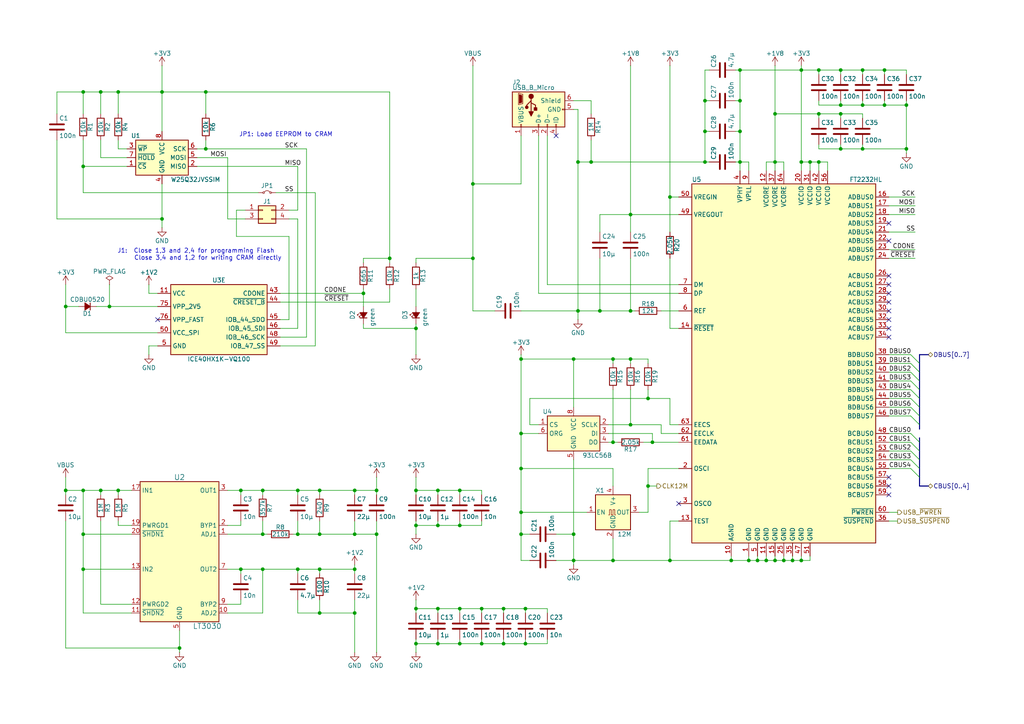
<source format=kicad_sch>
(kicad_sch (version 20231120) (generator "eeschema") (generator_version "8.0")
  (paper "A4")
  (title_block (title "XC17xxx PROM Programmer") (date "2024-11-02") (rev "0") (company "CC-BY-SA-4.0 Michael Singer") (comment 1 "https://github.com/msinger/xc17_prom_prog/") (comment 2 "http://iceboy.a-singer.de/"))
  (junction (at 229.87 162.56))
  (junction (at 127 186.69))
  (junction (at 69.85 142.24))
  (junction (at 222.25 162.56))
  (junction (at 187.96 140.97))
  (junction (at 137.16 74.93))
  (junction (at 152.4 186.69))
  (junction (at 102.87 165.1))
  (junction (at 151.13 154.94))
  (junction (at 234.95 46.99))
  (junction (at 24.13 48.26))
  (junction (at 76.2 165.1))
  (junction (at 182.88 104.14))
  (junction (at 151.13 104.14))
  (junction (at 194.31 57.15))
  (junction (at 237.49 33.02))
  (junction (at 151.13 135.89))
  (junction (at 105.41 85.09))
  (junction (at 120.65 186.69))
  (junction (at 212.09 162.56))
  (junction (at 29.21 142.24))
  (junction (at 46.99 26.67))
  (junction (at 133.35 142.24))
  (junction (at 256.54 20.32))
  (junction (at 34.29 26.67))
  (junction (at 92.71 142.24))
  (junction (at 189.23 128.27))
  (junction (at 109.22 154.94))
  (junction (at 219.71 162.56))
  (junction (at 133.35 152.4))
  (junction (at 69.85 165.1))
  (junction (at 146.05 186.69))
  (junction (at 214.63 20.32))
  (junction (at 167.64 46.99))
  (junction (at 34.29 142.24))
  (junction (at 214.63 38.1))
  (junction (at 19.05 142.24))
  (junction (at 113.03 74.93))
  (junction (at 59.69 26.67))
  (junction (at 250.19 30.48))
  (junction (at 171.45 46.99))
  (junction (at 243.84 30.48))
  (junction (at 24.13 26.67))
  (junction (at 137.16 53.34))
  (junction (at 232.41 162.56))
  (junction (at 224.79 33.02))
  (junction (at 24.13 142.24))
  (junction (at 182.88 123.19))
  (junction (at 204.47 46.99))
  (junction (at 31.75 88.9))
  (junction (at 204.47 29.21))
  (junction (at 133.35 186.69))
  (junction (at 177.8 104.14))
  (junction (at 120.65 142.24))
  (junction (at 204.47 38.1))
  (junction (at 139.7 176.53))
  (junction (at 167.64 90.17))
  (junction (at 166.37 104.14))
  (junction (at 232.41 46.99))
  (junction (at 182.88 90.17))
  (junction (at 133.35 176.53))
  (junction (at 120.65 152.4))
  (junction (at 102.87 154.94))
  (junction (at 177.8 128.27))
  (junction (at 46.99 63.5))
  (junction (at 120.65 176.53))
  (junction (at 217.17 162.56))
  (junction (at 86.36 154.94))
  (junction (at 24.13 165.1))
  (junction (at 262.89 30.48))
  (junction (at 139.7 186.69))
  (junction (at 127 176.53))
  (junction (at 237.49 46.99))
  (junction (at 109.22 142.24))
  (junction (at 194.31 162.56))
  (junction (at 76.2 142.24))
  (junction (at 92.71 165.1))
  (junction (at 224.79 162.56))
  (junction (at 214.63 46.99))
  (junction (at 182.88 62.23))
  (junction (at 243.84 33.02))
  (junction (at 250.19 43.18))
  (junction (at 151.13 148.59))
  (junction (at 102.87 177.8))
  (junction (at 24.13 154.94))
  (junction (at 262.89 43.18))
  (junction (at 151.13 125.73))
  (junction (at 102.87 142.24))
  (junction (at 250.19 20.32))
  (junction (at 127 152.4))
  (junction (at 146.05 176.53))
  (junction (at 92.71 154.94))
  (junction (at 177.8 162.56))
  (junction (at 243.84 20.32))
  (junction (at 127 142.24))
  (junction (at 256.54 30.48))
  (junction (at 173.99 90.17))
  (junction (at 86.36 165.1))
  (junction (at 166.37 154.94))
  (junction (at 19.05 88.9))
  (junction (at 120.65 95.25))
  (junction (at 76.2 154.94))
  (junction (at 152.4 176.53))
  (junction (at 29.21 26.67))
  (junction (at 86.36 142.24))
  (junction (at 227.33 162.56))
  (junction (at 232.41 20.32))
  (junction (at 59.69 43.18))
  (junction (at 224.79 46.99))
  (junction (at 187.96 115.57))
  (junction (at 243.84 43.18))
  (junction (at 52.07 187.96))
  (junction (at 237.49 20.32))
  (junction (at 214.63 29.21))
  (junction (at 166.37 162.56))
  (junction (at 92.71 177.8))
  (no_connect (at 257.81 92.71))
  (no_connect (at 257.81 95.25))
  (no_connect (at 161.29 39.37))
  (no_connect (at 257.81 143.51))
  (no_connect (at 45.72 92.71))
  (no_connect (at 257.81 138.43))
  (no_connect (at 257.81 140.97))
  (no_connect (at 257.81 90.17))
  (no_connect (at 257.81 87.63))
  (no_connect (at 257.81 82.55))
  (no_connect (at 257.81 64.77))
  (no_connect (at 196.85 146.05))
  (no_connect (at 257.81 69.85))
  (no_connect (at 257.81 97.79))
  (no_connect (at 257.81 85.09))
  (no_connect (at 257.81 80.01))
  (bus_entry (at 264.16 125.73) (size 2.54 2.54))
  (bus_entry (at 264.16 133.35) (size 2.54 2.54))
  (bus_entry (at 264.16 135.89) (size 2.54 2.54))
  (bus_entry (at 264.16 107.95) (size 2.54 2.54))
  (bus_entry (at 264.16 118.11) (size 2.54 2.54))
  (bus_entry (at 264.16 105.41) (size 2.54 2.54))
  (bus_entry (at 264.16 113.03) (size 2.54 2.54))
  (bus_entry (at 264.16 128.27) (size 2.54 2.54))
  (bus_entry (at 264.16 130.81) (size 2.54 2.54))
  (bus_entry (at 264.16 110.49) (size 2.54 2.54))
  (bus_entry (at 264.16 120.65) (size 2.54 2.54))
  (bus_entry (at 264.16 115.57) (size 2.54 2.54))
  (bus_entry (at 264.16 102.87) (size 2.54 2.54))
  (wire (pts (xy 232.41 46.99) (xy 234.95 46.99)))
  (wire (pts (xy 137.16 19.05) (xy 137.16 53.34)))
  (wire (pts (xy 46.99 63.5) (xy 46.99 66.04)))
  (wire (pts (xy 227.33 161.29) (xy 227.33 162.56)))
  (wire (pts (xy 214.63 29.21) (xy 214.63 20.32)))
  (wire (pts (xy 69.85 151.13) (xy 69.85 152.4)))
  (bus (pts (xy 266.7 130.81) (xy 266.7 133.35)))
  (wire (pts (xy 262.89 30.48) (xy 262.89 29.21)))
  (bus (pts (xy 266.7 107.95) (xy 266.7 110.49)))
  (wire (pts (xy 191.77 125.73) (xy 191.77 123.19)))
  (wire (pts (xy 38.1 165.1) (xy 24.13 165.1)))
  (wire (pts (xy 16.51 40.64) (xy 16.51 63.5)))
  (wire (pts (xy 69.85 175.26) (xy 66.04 175.26)))
  (wire (pts (xy 237.49 43.18) (xy 243.84 43.18)))
  (wire (pts (xy 120.65 186.69) (xy 120.65 185.42)))
  (wire (pts (xy 204.47 29.21) (xy 205.74 29.21)))
  (wire (pts (xy 120.65 95.25) (xy 120.65 102.87)))
  (wire (pts (xy 59.69 40.64) (xy 59.69 43.18)))
  (wire (pts (xy 219.71 162.56) (xy 217.17 162.56)))
  (wire (pts (xy 74.93 55.88) (xy 24.13 55.88)))
  (wire (pts (xy 76.2 154.94) (xy 77.47 154.94)))
  (wire (pts (xy 152.4 186.69) (xy 146.05 186.69)))
  (wire (pts (xy 29.21 142.24) (xy 29.21 143.51)))
  (wire (pts (xy 133.35 176.53) (xy 139.7 176.53)))
  (wire (pts (xy 86.36 60.96) (xy 86.36 48.26)))
  (wire (pts (xy 46.99 19.05) (xy 46.99 26.67)))
  (wire (pts (xy 152.4 176.53) (xy 158.75 176.53)))
  (wire (pts (xy 133.35 142.24) (xy 133.35 143.51)))
  (bus (pts (xy 266.7 110.49) (xy 266.7 113.03)))
  (wire (pts (xy 151.13 125.73) (xy 151.13 135.89)))
  (wire (pts (xy 133.35 185.42) (xy 133.35 186.69)))
  (wire (pts (xy 243.84 33.02) (xy 243.84 34.29)))
  (wire (pts (xy 153.67 123.19) (xy 156.21 123.19)))
  (wire (pts (xy 173.99 67.31) (xy 173.99 62.23)))
  (wire (pts (xy 182.88 19.05) (xy 182.88 62.23)))
  (wire (pts (xy 139.7 176.53) (xy 146.05 176.53)))
  (wire (pts (xy 177.8 162.56) (xy 194.31 162.56)))
  (wire (pts (xy 243.84 20.32) (xy 237.49 20.32)))
  (wire (pts (xy 234.95 161.29) (xy 234.95 162.56)))
  (wire (pts (xy 92.71 173.99) (xy 92.71 177.8)))
  (wire (pts (xy 120.65 151.13) (xy 120.65 152.4)))
  (wire (pts (xy 29.21 45.72) (xy 29.21 40.64)))
  (wire (pts (xy 146.05 176.53) (xy 146.05 177.8)))
  (wire (pts (xy 214.63 46.99) (xy 214.63 38.1)))
  (bus (pts (xy 266.7 127) (xy 266.7 128.27)))
  (wire (pts (xy 137.16 74.93) (xy 137.16 53.34)))
  (wire (pts (xy 86.36 166.37) (xy 86.36 165.1)))
  (wire (pts (xy 27.94 88.9) (xy 31.75 88.9)))
  (wire (pts (xy 167.64 90.17) (xy 173.99 90.17)))
  (wire (pts (xy 83.82 63.5) (xy 86.36 63.5)))
  (wire (pts (xy 234.95 46.99) (xy 234.95 49.53)))
  (wire (pts (xy 256.54 29.21) (xy 256.54 30.48)))
  (wire (pts (xy 167.64 90.17) (xy 167.64 92.71)))
  (wire (pts (xy 214.63 49.53) (xy 214.63 46.99)))
  (wire (pts (xy 184.15 90.17) (xy 182.88 90.17)))
  (wire (pts (xy 217.17 46.99) (xy 214.63 46.99)))
  (wire (pts (xy 102.87 166.37) (xy 102.87 165.1)))
  (wire (pts (xy 182.88 104.14) (xy 177.8 104.14)))
  (wire (pts (xy 92.71 177.8) (xy 102.87 177.8)))
  (wire (pts (xy 237.49 20.32) (xy 232.41 20.32)))
  (wire (pts (xy 182.88 74.93) (xy 182.88 90.17)))
  (wire (pts (xy 213.36 29.21) (xy 214.63 29.21)))
  (wire (pts (xy 204.47 38.1) (xy 204.47 46.99)))
  (wire (pts (xy 257.81 125.73) (xy 264.16 125.73)))
  (wire (pts (xy 194.31 95.25) (xy 196.85 95.25)))
  (wire (pts (xy 133.35 151.13) (xy 133.35 152.4)))
  (wire (pts (xy 173.99 74.93) (xy 173.99 90.17)))
  (wire (pts (xy 34.29 26.67) (xy 46.99 26.67)))
  (wire (pts (xy 182.88 123.19) (xy 191.77 123.19)))
  (wire (pts (xy 194.31 162.56) (xy 212.09 162.56)))
  (wire (pts (xy 224.79 33.02) (xy 224.79 46.99)))
  (wire (pts (xy 151.13 135.89) (xy 151.13 148.59)))
  (wire (pts (xy 102.87 177.8) (xy 102.87 189.23)))
  (wire (pts (xy 219.71 161.29) (xy 219.71 162.56)))
  (wire (pts (xy 224.79 46.99) (xy 224.79 49.53)))
  (wire (pts (xy 139.7 186.69) (xy 133.35 186.69)))
  (wire (pts (xy 102.87 142.24) (xy 92.71 142.24)))
  (wire (pts (xy 194.31 19.05) (xy 194.31 57.15)))
  (wire (pts (xy 69.85 165.1) (xy 69.85 166.37)))
  (wire (pts (xy 151.13 104.14) (xy 151.13 125.73)))
  (wire (pts (xy 120.65 173.99) (xy 120.65 176.53)))
  (wire (pts (xy 214.63 38.1) (xy 214.63 29.21)))
  (wire (pts (xy 120.65 152.4) (xy 120.65 154.94)))
  (wire (pts (xy 43.18 100.33) (xy 45.72 100.33)))
  (wire (pts (xy 120.65 186.69) (xy 120.65 189.23)))
  (wire (pts (xy 257.81 74.93) (xy 265.43 74.93)))
  (wire (pts (xy 109.22 138.43) (xy 109.22 142.24)))
  (wire (pts (xy 189.23 128.27) (xy 196.85 128.27)))
  (wire (pts (xy 257.81 130.81) (xy 264.16 130.81)))
  (wire (pts (xy 152.4 185.42) (xy 152.4 186.69)))
  (wire (pts (xy 24.13 142.24) (xy 29.21 142.24)))
  (wire (pts (xy 88.9 97.79) (xy 88.9 43.18)))
  (wire (pts (xy 222.25 49.53) (xy 222.25 46.99)))
  (wire (pts (xy 137.16 90.17) (xy 137.16 74.93)))
  (wire (pts (xy 257.81 110.49) (xy 264.16 110.49)))
  (wire (pts (xy 81.28 92.71) (xy 83.82 92.71)))
  (wire (pts (xy 262.89 20.32) (xy 256.54 20.32)))
  (wire (pts (xy 152.4 176.53) (xy 152.4 177.8)))
  (wire (pts (xy 177.8 140.97) (xy 177.8 135.89)))
  (wire (pts (xy 24.13 177.8) (xy 24.13 165.1)))
  (wire (pts (xy 158.75 176.53) (xy 158.75 177.8)))
  (wire (pts (xy 156.21 85.09) (xy 196.85 85.09)))
  (wire (pts (xy 243.84 29.21) (xy 243.84 30.48)))
  (wire (pts (xy 59.69 26.67) (xy 46.99 26.67)))
  (wire (pts (xy 257.81 133.35) (xy 264.16 133.35)))
  (wire (pts (xy 237.49 33.02) (xy 224.79 33.02)))
  (wire (pts (xy 31.75 88.9) (xy 45.72 88.9)))
  (wire (pts (xy 92.71 142.24) (xy 86.36 142.24)))
  (wire (pts (xy 227.33 46.99) (xy 227.33 49.53)))
  (wire (pts (xy 187.96 140.97) (xy 187.96 135.89)))
  (wire (pts (xy 102.87 173.99) (xy 102.87 177.8)))
  (wire (pts (xy 120.65 142.24) (xy 120.65 143.51)))
  (wire (pts (xy 151.13 162.56) (xy 153.67 162.56)))
  (wire (pts (xy 257.81 148.59) (xy 260.35 148.59)))
  (wire (pts (xy 158.75 82.55) (xy 196.85 82.55)))
  (wire (pts (xy 186.69 128.27) (xy 189.23 128.27)))
  (wire (pts (xy 105.41 74.93) (xy 105.41 76.2)))
  (wire (pts (xy 120.65 93.98) (xy 120.65 95.25)))
  (wire (pts (xy 127 186.69) (xy 120.65 186.69)))
  (wire (pts (xy 68.58 68.58) (xy 68.58 60.96)))
  (wire (pts (xy 139.7 152.4) (xy 139.7 151.13)))
  (wire (pts (xy 214.63 20.32) (xy 213.36 20.32)))
  (wire (pts (xy 146.05 186.69) (xy 139.7 186.69)))
  (wire (pts (xy 109.22 142.24) (xy 102.87 142.24)))
  (wire (pts (xy 66.04 165.1) (xy 69.85 165.1)))
  (wire (pts (xy 177.8 104.14) (xy 166.37 104.14)))
  (wire (pts (xy 69.85 173.99) (xy 69.85 175.26)))
  (wire (pts (xy 69.85 142.24) (xy 69.85 143.51)))
  (wire (pts (xy 24.13 33.02) (xy 24.13 26.67)))
  (wire (pts (xy 191.77 90.17) (xy 196.85 90.17)))
  (wire (pts (xy 109.22 154.94) (xy 102.87 154.94)))
  (wire (pts (xy 38.1 177.8) (xy 24.13 177.8)))
  (wire (pts (xy 158.75 82.55) (xy 158.75 39.37)))
  (wire (pts (xy 19.05 88.9) (xy 19.05 96.52)))
  (wire (pts (xy 86.36 177.8) (xy 92.71 177.8)))
  (wire (pts (xy 196.85 151.13) (xy 194.31 151.13)))
  (wire (pts (xy 151.13 154.94) (xy 151.13 162.56)))
  (wire (pts (xy 213.36 46.99) (xy 214.63 46.99)))
  (wire (pts (xy 167.64 46.99) (xy 167.64 90.17)))
  (wire (pts (xy 177.8 156.21) (xy 177.8 162.56)))
  (wire (pts (xy 151.13 148.59) (xy 170.18 148.59)))
  (wire (pts (xy 19.05 82.55) (xy 19.05 88.9)))
  (wire (pts (xy 120.65 138.43) (xy 120.65 142.24)))
  (wire (pts (xy 43.18 102.87) (xy 43.18 100.33)))
  (wire (pts (xy 166.37 154.94) (xy 166.37 162.56)))
  (wire (pts (xy 38.1 152.4) (xy 34.29 152.4)))
  (wire (pts (xy 243.84 20.32) (xy 243.84 21.59)))
  (wire (pts (xy 92.71 143.51) (xy 92.71 142.24)))
  (wire (pts (xy 66.04 154.94) (xy 76.2 154.94)))
  (wire (pts (xy 24.13 154.94) (xy 24.13 142.24)))
  (wire (pts (xy 182.88 105.41) (xy 182.88 104.14)))
  (wire (pts (xy 257.81 102.87) (xy 264.16 102.87)))
  (wire (pts (xy 31.75 82.55) (xy 31.75 88.9)))
  (wire (pts (xy 224.79 161.29) (xy 224.79 162.56)))
  (wire (pts (xy 177.8 162.56) (xy 166.37 162.56)))
  (wire (pts (xy 133.35 152.4) (xy 139.7 152.4)))
  (wire (pts (xy 109.22 151.13) (xy 109.22 154.94)))
  (wire (pts (xy 167.64 31.75) (xy 167.64 46.99)))
  (wire (pts (xy 127 185.42) (xy 127 186.69)))
  (wire (pts (xy 257.81 113.03) (xy 264.16 113.03)))
  (wire (pts (xy 92.71 151.13) (xy 92.71 154.94)))
  (wire (pts (xy 133.35 176.53) (xy 133.35 177.8)))
  (wire (pts (xy 237.49 46.99) (xy 240.03 46.99)))
  (wire (pts (xy 182.88 62.23) (xy 182.88 67.31)))
  (wire (pts (xy 196.85 125.73) (xy 191.77 125.73)))
  (wire (pts (xy 68.58 60.96) (xy 71.12 60.96)))
  (wire (pts (xy 139.7 185.42) (xy 139.7 186.69)))
  (wire (pts (xy 176.53 125.73) (xy 189.23 125.73)))
  (wire (pts (xy 250.19 43.18) (xy 262.89 43.18)))
  (wire (pts (xy 243.84 41.91) (xy 243.84 43.18)))
  (wire (pts (xy 232.41 161.29) (xy 232.41 162.56)))
  (wire (pts (xy 151.13 148.59) (xy 151.13 154.94)))
  (wire (pts (xy 194.31 57.15) (xy 194.31 67.31)))
  (bus (pts (xy 266.7 138.43) (xy 266.7 140.97)))
  (wire (pts (xy 262.89 21.59) (xy 262.89 20.32)))
  (wire (pts (xy 250.19 33.02) (xy 243.84 33.02)))
  (wire (pts (xy 217.17 162.56) (xy 212.09 162.56)))
  (wire (pts (xy 83.82 60.96) (xy 86.36 60.96)))
  (wire (pts (xy 19.05 143.51) (xy 19.05 142.24)))
  (wire (pts (xy 19.05 142.24) (xy 24.13 142.24)))
  (wire (pts (xy 256.54 20.32) (xy 250.19 20.32)))
  (bus (pts (xy 266.7 140.97) (xy 269.24 140.97)))
  (wire (pts (xy 127 151.13) (xy 127 152.4)))
  (wire (pts (xy 113.03 87.63) (xy 113.03 83.82)))
  (wire (pts (xy 113.03 74.93) (xy 105.41 74.93)))
  (wire (pts (xy 133.35 186.69) (xy 127 186.69)))
  (wire (pts (xy 257.81 59.69) (xy 265.43 59.69)))
  (wire (pts (xy 243.84 30.48) (xy 250.19 30.48)))
  (wire (pts (xy 16.51 33.02) (xy 16.51 26.67)))
  (wire (pts (xy 81.28 95.25) (xy 86.36 95.25)))
  (wire (pts (xy 85.09 154.94) (xy 86.36 154.94)))
  (bus (pts (xy 266.7 120.65) (xy 266.7 123.19)))
  (wire (pts (xy 171.45 46.99) (xy 204.47 46.99)))
  (wire (pts (xy 120.65 176.53) (xy 127 176.53)))
  (wire (pts (xy 24.13 165.1) (xy 24.13 154.94)))
  (wire (pts (xy 250.19 20.32) (xy 243.84 20.32)))
  (wire (pts (xy 76.2 151.13) (xy 76.2 154.94)))
  (wire (pts (xy 262.89 43.18) (xy 262.89 44.45)))
  (wire (pts (xy 250.19 20.32) (xy 250.19 21.59)))
  (wire (pts (xy 80.01 55.88) (xy 91.44 55.88)))
  (wire (pts (xy 113.03 26.67) (xy 59.69 26.67)))
  (wire (pts (xy 234.95 162.56) (xy 232.41 162.56)))
  (wire (pts (xy 105.41 83.82) (xy 105.41 85.09)))
  (wire (pts (xy 81.28 87.63) (xy 113.03 87.63)))
  (wire (pts (xy 36.83 45.72) (xy 29.21 45.72)))
  (wire (pts (xy 57.15 43.18) (xy 59.69 43.18)))
  (wire (pts (xy 16.51 26.67) (xy 24.13 26.67)))
  (wire (pts (xy 243.84 43.18) (xy 250.19 43.18)))
  (wire (pts (xy 187.96 104.14) (xy 182.88 104.14)))
  (wire (pts (xy 139.7 142.24) (xy 133.35 142.24)))
  (wire (pts (xy 109.22 154.94) (xy 109.22 189.23)))
  (wire (pts (xy 102.87 165.1) (xy 92.71 165.1)))
  (wire (pts (xy 177.8 128.27) (xy 179.07 128.27)))
  (wire (pts (xy 91.44 100.33) (xy 91.44 55.88)))
  (wire (pts (xy 237.49 41.91) (xy 237.49 43.18)))
  (wire (pts (xy 173.99 62.23) (xy 182.88 62.23)))
  (wire (pts (xy 161.29 154.94) (xy 166.37 154.94)))
  (wire (pts (xy 204.47 29.21) (xy 204.47 38.1)))
  (wire (pts (xy 86.36 95.25) (xy 86.36 63.5)))
  (wire (pts (xy 166.37 104.14) (xy 151.13 104.14)))
  (wire (pts (xy 237.49 29.21) (xy 237.49 30.48)))
  (wire (pts (xy 196.85 57.15) (xy 194.31 57.15)))
  (wire (pts (xy 92.71 166.37) (xy 92.71 165.1)))
  (wire (pts (xy 224.79 162.56) (xy 222.25 162.56)))
  (wire (pts (xy 38.1 175.26) (xy 29.21 175.26)))
  (wire (pts (xy 224.79 46.99) (xy 227.33 46.99)))
  (wire (pts (xy 167.64 46.99) (xy 171.45 46.99)))
  (wire (pts (xy 113.03 74.93) (xy 113.03 26.67)))
  (wire (pts (xy 29.21 175.26) (xy 29.21 151.13)))
  (wire (pts (xy 204.47 20.32) (xy 204.47 29.21)))
  (wire (pts (xy 250.19 43.18) (xy 250.19 41.91)))
  (wire (pts (xy 257.81 105.41) (xy 264.16 105.41)))
  (wire (pts (xy 257.81 57.15) (xy 265.43 57.15)))
  (wire (pts (xy 52.07 182.88) (xy 52.07 187.96)))
  (wire (pts (xy 213.36 38.1) (xy 214.63 38.1)))
  (wire (pts (xy 176.53 123.19) (xy 182.88 123.19)))
  (wire (pts (xy 212.09 162.56) (xy 212.09 161.29)))
  (wire (pts (xy 151.13 125.73) (xy 156.21 125.73)))
  (bus (pts (xy 266.7 115.57) (xy 266.7 118.11)))
  (wire (pts (xy 187.96 135.89) (xy 196.85 135.89)))
  (bus (pts (xy 269.24 102.87) (xy 266.7 102.87)))
  (bus (pts (xy 266.7 118.11) (xy 266.7 120.65)))
  (wire (pts (xy 250.19 30.48) (xy 256.54 30.48)))
  (wire (pts (xy 182.88 113.03) (xy 182.88 123.19)))
  (wire (pts (xy 34.29 33.02) (xy 34.29 26.67)))
  (wire (pts (xy 237.49 20.32) (xy 237.49 21.59)))
  (wire (pts (xy 240.03 46.99) (xy 240.03 49.53)))
  (wire (pts (xy 194.31 151.13) (xy 194.31 162.56)))
  (wire (pts (xy 69.85 152.4) (xy 66.04 152.4)))
  (wire (pts (xy 151.13 39.37) (xy 151.13 53.34)))
  (wire (pts (xy 92.71 154.94) (xy 86.36 154.94)))
  (wire (pts (xy 171.45 46.99) (xy 171.45 40.64)))
  (wire (pts (xy 187.96 148.59) (xy 187.96 140.97)))
  (wire (pts (xy 171.45 29.21) (xy 166.37 29.21)))
  (wire (pts (xy 71.12 63.5) (xy 66.04 63.5)))
  (wire (pts (xy 102.87 151.13) (xy 102.87 154.94)))
  (wire (pts (xy 43.18 82.55) (xy 43.18 85.09)))
  (wire (pts (xy 76.2 165.1) (xy 69.85 165.1)))
  (wire (pts (xy 76.2 165.1) (xy 76.2 177.8)))
  (wire (pts (xy 222.25 46.99) (xy 224.79 46.99)))
  (wire (pts (xy 120.65 177.8) (xy 120.65 176.53)))
  (wire (pts (xy 105.41 85.09) (xy 105.41 88.9)))
  (wire (pts (xy 177.8 104.14) (xy 177.8 105.41)))
  (wire (pts (xy 137.16 53.34) (xy 151.13 53.34)))
  (bus (pts (xy 266.7 102.87) (xy 266.7 105.41)))
  (wire (pts (xy 127 176.53) (xy 133.35 176.53)))
  (wire (pts (xy 113.03 76.2) (xy 113.03 74.93)))
  (wire (pts (xy 139.7 176.53) (xy 139.7 177.8)))
  (wire (pts (xy 19.05 138.43) (xy 19.05 142.24)))
  (wire (pts (xy 205.74 20.32) (xy 204.47 20.32)))
  (wire (pts (xy 146.05 176.53) (xy 152.4 176.53)))
  (wire (pts (xy 86.36 143.51) (xy 86.36 142.24)))
  (wire (pts (xy 127 142.24) (xy 120.65 142.24)))
  (wire (pts (xy 214.63 20.32) (xy 232.41 20.32)))
  (wire (pts (xy 120.65 74.93) (xy 137.16 74.93)))
  (wire (pts (xy 185.42 148.59) (xy 187.96 148.59)))
  (bus (pts (xy 266.7 128.27) (xy 266.7 130.81)))
  (wire (pts (xy 187.96 115.57) (xy 153.67 115.57)))
  (wire (pts (xy 29.21 26.67) (xy 34.29 26.67)))
  (wire (pts (xy 133.35 142.24) (xy 127 142.24)))
  (wire (pts (xy 76.2 143.51) (xy 76.2 142.24)))
  (wire (pts (xy 52.07 187.96) (xy 52.07 189.23)))
  (wire (pts (xy 256.54 20.32) (xy 256.54 21.59)))
  (wire (pts (xy 187.96 105.41) (xy 187.96 104.14)))
  (wire (pts (xy 257.81 115.57) (xy 264.16 115.57)))
  (wire (pts (xy 222.25 162.56) (xy 219.71 162.56)))
  (wire (pts (xy 257.81 67.31) (xy 265.43 67.31)))
  (wire (pts (xy 262.89 30.48) (xy 262.89 43.18)))
  (wire (pts (xy 19.05 96.52) (xy 45.72 96.52)))
  (wire (pts (xy 166.37 104.14) (xy 166.37 118.11)))
  (wire (pts (xy 143.51 90.17) (xy 137.16 90.17)))
  (wire (pts (xy 166.37 162.56) (xy 166.37 163.83)))
  (wire (pts (xy 194.31 74.93) (xy 194.31 95.25)))
  (wire (pts (xy 257.81 72.39) (xy 265.43 72.39)))
  (wire (pts (xy 189.23 125.73) (xy 189.23 128.27)))
  (wire (pts (xy 187.96 113.03) (xy 187.96 115.57)))
  (bus (pts (xy 266.7 113.03) (xy 266.7 115.57)))
  (wire (pts (xy 105.41 93.98) (xy 105.41 95.25)))
  (wire (pts (xy 257.81 107.95) (xy 264.16 107.95)))
  (wire (pts (xy 102.87 163.83) (xy 102.87 165.1)))
  (wire (pts (xy 24.13 48.26) (xy 24.13 40.64)))
  (wire (pts (xy 243.84 33.02) (xy 237.49 33.02)))
  (wire (pts (xy 139.7 143.51) (xy 139.7 142.24)))
  (wire (pts (xy 194.31 123.19) (xy 194.31 115.57)))
  (wire (pts (xy 36.83 43.18) (xy 34.29 43.18)))
  (wire (pts (xy 204.47 46.99) (xy 205.74 46.99)))
  (wire (pts (xy 34.29 142.24) (xy 38.1 142.24)))
  (wire (pts (xy 120.65 76.2) (xy 120.65 74.93)))
  (wire (pts (xy 229.87 162.56) (xy 227.33 162.56)))
  (wire (pts (xy 232.41 19.05) (xy 232.41 20.32)))
  (wire (pts (xy 92.71 165.1) (xy 86.36 165.1)))
  (wire (pts (xy 257.81 128.27) (xy 264.16 128.27)))
  (wire (pts (xy 34.29 143.51) (xy 34.29 142.24)))
  (wire (pts (xy 109.22 143.51) (xy 109.22 142.24)))
  (wire (pts (xy 227.33 162.56) (xy 224.79 162.56)))
  (wire (pts (xy 151.13 102.87) (xy 151.13 104.14)))
  (wire (pts (xy 59.69 33.02) (xy 59.69 26.67)))
  (wire (pts (xy 182.88 62.23) (xy 196.85 62.23)))
  (wire (pts (xy 232.41 162.56) (xy 229.87 162.56)))
  (wire (pts (xy 257.81 62.23) (xy 265.43 62.23)))
  (wire (pts (xy 29.21 142.24) (xy 34.29 142.24)))
  (wire (pts (xy 34.29 43.18) (xy 34.29 40.64)))
  (wire (pts (xy 229.87 161.29) (xy 229.87 162.56)))
  (wire (pts (xy 234.95 46.99) (xy 237.49 46.99)))
  (wire (pts (xy 46.99 26.67) (xy 46.99 38.1)))
  (wire (pts (xy 81.28 97.79) (xy 88.9 97.79)))
  (wire (pts (xy 153.67 115.57) (xy 153.67 123.19)))
  (wire (pts (xy 176.53 128.27) (xy 177.8 128.27)))
  (wire (pts (xy 217.17 161.29) (xy 217.17 162.56)))
  (wire (pts (xy 171.45 33.02) (xy 171.45 29.21)))
  (wire (pts (xy 46.99 53.34) (xy 46.99 63.5)))
  (wire (pts (xy 24.13 26.67) (xy 29.21 26.67)))
  (wire (pts (xy 16.51 63.5) (xy 46.99 63.5)))
  (wire (pts (xy 19.05 187.96) (xy 52.07 187.96)))
  (wire (pts (xy 173.99 90.17) (xy 182.88 90.17)))
  (wire (pts (xy 127 176.53) (xy 127 177.8)))
  (wire (pts (xy 166.37 31.75) (xy 167.64 31.75)))
  (wire (pts (xy 222.25 161.29) (xy 222.25 162.56)))
  (bus (pts (xy 266.7 135.89) (xy 266.7 138.43)))
  (wire (pts (xy 24.13 55.88) (xy 24.13 48.26)))
  (wire (pts (xy 194.31 115.57) (xy 187.96 115.57)))
  (wire (pts (xy 83.82 68.58) (xy 68.58 68.58)))
  (wire (pts (xy 187.96 140.97) (xy 190.5 140.97)))
  (wire (pts (xy 257.81 118.11) (xy 264.16 118.11)))
  (wire (pts (xy 196.85 123.19) (xy 194.31 123.19)))
  (wire (pts (xy 29.21 33.02) (xy 29.21 26.67)))
  (wire (pts (xy 158.75 185.42) (xy 158.75 186.69)))
  (wire (pts (xy 257.81 120.65) (xy 264.16 120.65)))
  (wire (pts (xy 66.04 63.5) (xy 66.04 45.72)))
  (wire (pts (xy 43.18 85.09) (xy 45.72 85.09)))
  (wire (pts (xy 177.8 113.03) (xy 177.8 128.27)))
  (bus (pts (xy 266.7 133.35) (xy 266.7 135.89)))
  (wire (pts (xy 257.81 135.89) (xy 264.16 135.89)))
  (wire (pts (xy 88.9 43.18) (xy 59.69 43.18)))
  (wire (pts (xy 19.05 151.13) (xy 19.05 187.96)))
  (wire (pts (xy 102.87 154.94) (xy 92.71 154.94)))
  (wire (pts (xy 151.13 154.94) (xy 153.67 154.94)))
  (bus (pts (xy 266.7 123.19) (xy 266.7 124.46)))
  (wire (pts (xy 156.21 85.09) (xy 156.21 39.37)))
  (wire (pts (xy 166.37 133.35) (xy 166.37 154.94)))
  (wire (pts (xy 86.36 151.13) (xy 86.36 154.94)))
  (wire (pts (xy 36.83 48.26) (xy 24.13 48.26)))
  (wire (pts (xy 66.04 142.24) (xy 69.85 142.24)))
  (wire (pts (xy 237.49 33.02) (xy 237.49 34.29)))
  (wire (pts (xy 127 142.24) (xy 127 143.51)))
  (wire (pts (xy 83.82 92.71) (xy 83.82 68.58)))
  (wire (pts (xy 250.19 29.21) (xy 250.19 30.48)))
  (wire (pts (xy 151.13 90.17) (xy 167.64 90.17)))
  (wire (pts (xy 250.19 34.29) (xy 250.19 33.02)))
  (wire (pts (xy 256.54 30.48) (xy 262.89 30.48)))
  (wire (pts (xy 120.65 152.4) (xy 127 152.4)))
  (wire (pts (xy 86.36 173.99) (xy 86.36 177.8)))
  (wire (pts (xy 217.17 49.53) (xy 217.17 46.99)))
  (wire (pts (xy 232.41 49.53) (xy 232.41 46.99)))
  (wire (pts (xy 105.41 95.25) (xy 120.65 95.25)))
  (wire (pts (xy 204.47 38.1) (xy 205.74 38.1)))
  (wire (pts (xy 158.75 186.69) (xy 152.4 186.69)))
  (wire (pts (xy 224.79 19.05) (xy 224.79 33.02)))
  (wire (pts (xy 34.29 152.4) (xy 34.29 151.13)))
  (wire (pts (xy 66.04 45.72) (xy 57.15 45.72)))
  (wire (pts (xy 81.28 100.33) (xy 91.44 100.33)))
  (bus (pts (xy 266.7 105.41) (xy 266.7 107.95)))
  (wire (pts (xy 237.49 30.48) (xy 243.84 30.48)))
  (wire (pts (xy 81.28 85.09) (xy 105.41 85.09)))
  (wire (pts (xy 69.85 142.24) (xy 76.2 142.24)))
  (wire (pts (xy 102.87 143.51) (xy 102.87 142.24)))
  (wire (pts (xy 38.1 154.94) (xy 24.13 154.94)))
  (wire (pts (xy 66.04 177.8) (xy 76.2 177.8)))
  (wire (pts (xy 86.36 165.1) (xy 76.2 165.1)))
  (wire (pts (xy 76.2 142.24) (xy 86.36 142.24)))
  (wire (pts (xy 232.41 20.32) (xy 232.41 46.99)))
  (wire (pts (xy 161.29 162.56) (xy 166.37 162.56)))
  (wire (pts (xy 177.8 135.89) (xy 151.13 135.89)))
  (wire (pts (xy 237.49 46.99) (xy 237.49 49.53)))
  (wire (pts (xy 257.81 151.13) (xy 260.35 151.13)))
  (wire (pts (xy 146.05 185.42) (xy 146.05 186.69)))
  (wire (pts (xy 127 152.4) (xy 133.35 152.4)))
  (wire (pts (xy 57.15 48.26) (xy 86.36 48.26)))
  (wire (pts (xy 19.05 88.9) (xy 22.86 88.9)))
  (wire (pts (xy 120.65 83.82) (xy 120.65 88.9)))
  (text "JP1: Load EEPROM to CRAM" (at 69.342 38.354 0) (effects (font (size 1.27 1.27)) (justify left top)))
  (text "J1:  Close 1,3 and 2,4 for programming Flash\n     Close 3,4 and 1,2 for writing CRAM directly" (at 34.036 72.136 0) (effects (font (size 1.27 1.27)) (justify left top)))
  (label "DBUS2" (at 257.81 107.95 0))
  (label "CDONE" (at 93.98 85.09 0))
  (label "DBUS0" (at 257.81 102.87 0))
  (label "CBUS4" (at 257.81 135.89 0))
  (label "CBUS2" (at 257.81 130.81 0))
  (label "DBUS1" (at 257.81 105.41 0))
  (label "CBUS1" (at 257.81 128.27 0))
  (label "CBUS3" (at 257.81 133.35 0))
  (label "~{CRESET}" (at 265.43 74.93 180))
  (label "MISO" (at 82.55 48.26 0))
  (label "DBUS5" (at 257.81 115.57 0))
  (label "DBUS3" (at 257.81 110.49 0))
  (label "MOSI" (at 60.96 45.72 0))
  (label "DBUS4" (at 257.81 113.03 0))
  (label "SCK" (at 265.43 57.15 180))
  (label "SS" (at 82.55 55.88 0))
  (label "~{CRESET}" (at 93.98 87.63 0))
  (label "DBUS6" (at 257.81 118.11 0))
  (label "MOSI" (at 265.43 59.69 180))
  (label "CBUS0" (at 257.81 125.73 0))
  (label "SS" (at 265.43 67.31 180))
  (label "MISO" (at 265.43 62.23 180))
  (label "CDONE" (at 265.43 72.39 180))
  (label "SCK" (at 82.55 43.18 0))
  (label "DBUS7" (at 257.81 120.65 0))
  (hierarchical_label "USB_~{SUSPEND}" (shape output) (at 260.35 151.13 0))
  (hierarchical_label "CLK12M" (shape output) (at 190.5 140.97 0))
  (hierarchical_label "USB_~{PWREN}" (shape output) (at 260.35 148.59 0))
  (hierarchical_label "CBUS[0..4]" (shape bidirectional) (at 269.24 140.97 0))
  (hierarchical_label "DBUS[0..7]" (shape bidirectional) (at 269.24 102.87 0))
  (symbol (lib_id "Device:R") (at 92.71 147.32 0) (unit 1)
    (property "Reference" "R9" (at 94.742 147.32 90))
    (property "Value" "240" (at 92.71 147.32 90))
    (property "Footprint" "Resistor_SMD:R_0603_1608Metric" (effects (hide yes)))
    (property "Description" "Resistor" (effects (hide yes)))
  )
  (symbol (lib_id "Device:C") (at 209.55 29.21 90) (unit 1)
    (property "Reference" "C27" (at 207.01 28.575 0) (effects (justify left)))
    (property "Value" "100n" (at 212.09 28.575 0) (effects (justify left)))
    (property "Footprint" "Capacitor_SMD:C_0603_1608Metric" (effects (hide yes)))
    (property "Description" "Unpolarized capacitor" (effects (hide yes)))
  )
  (symbol (lib_id "Device:C") (at 262.89 25.4 0) (unit 1)
    (property "Reference" "C37" (at 263.525 22.86 0) (effects (justify left)))
    (property "Value" "100n" (at 263.525 27.94 0) (effects (justify left)))
    (property "Footprint" "Capacitor_SMD:C_0603_1608Metric" (effects (hide yes)))
    (property "Description" "Unpolarized capacitor" (effects (hide yes)))
  )
  (symbol (lib_id "Device:C") (at 237.49 38.1 0) (unit 1)
    (property "Reference" "C31" (at 238.125 35.56 0) (effects (justify left)))
    (property "Value" "100n" (at 238.125 40.64 0) (effects (justify left)))
    (property "Footprint" "Capacitor_SMD:C_0603_1608Metric" (effects (hide yes)))
    (property "Description" "Unpolarized capacitor" (effects (hide yes)))
  )
  (symbol (lib_id "power:GND") (at 52.07 189.23 0) (unit 1)
    (property "Reference" "#PWR07" (effects (hide yes)))
    (property "Value" "GND" (at 52.07 193.04 0))
    (property "Description" "Power symbol creates a global label with name \"GND\" , ground" (effects (hide yes)))
  )
  (symbol (lib_id "power:+3V3") (at 151.13 102.87 0) (unit 1)
    (property "Reference" "#PWR018" (effects (hide yes)))
    (property "Value" "+3V3" (at 151.13 99.314 0))
    (property "Description" "Power symbol creates a global label with name \"+3V3\"" (effects (hide yes)))
  )
  (symbol (lib_id "Device:C") (at 69.85 170.18 0) (unit 1)
    (property "Reference" "C4" (at 70.485 167.64 0) (effects (justify left)))
    (property "Value" "10n" (at 70.485 172.72 0) (effects (justify left)))
    (property "Footprint" "Capacitor_SMD:C_0603_1608Metric" (effects (hide yes)))
    (property "Description" "Unpolarized capacitor" (effects (hide yes)))
  )
  (symbol (lib_id "power:PWR_FLAG") (at 31.75 82.55 0) (unit 1)
    (property "Reference" "#FLG01" (effects (hide yes)))
    (property "Value" "PWR_FLAG" (at 31.75 78.74 0))
    (property "Description" "Special symbol for telling ERC where power comes from" (effects (hide yes)))
  )
  (symbol (lib_id "power:GND") (at 262.89 44.45 0) (unit 1)
    (property "Reference" "#PWR025" (effects (hide yes)))
    (property "Value" "GND" (at 262.89 48.26 0))
    (property "Description" "Power symbol creates a global label with name \"GND\" , ground" (effects (hide yes)))
  )
  (symbol (lib_id "Device:C") (at 182.88 71.12 0) (unit 1)
    (property "Reference" "C25" (at 183.515 68.58 0) (effects (justify left)))
    (property "Value" "100n" (at 183.515 73.66 0) (effects (justify left)))
    (property "Footprint" "Capacitor_SMD:C_0603_1608Metric" (effects (hide yes)))
    (property "Description" "Unpolarized capacitor" (effects (hide yes)))
  )
  (symbol (lib_id "power:GND") (at 109.22 189.23 0) (unit 1)
    (property "Reference" "#PWR011" (effects (hide yes)))
    (property "Value" "GND" (at 109.22 193.04 0))
    (property "Description" "Power symbol creates a global label with name \"GND\" , ground" (effects (hide yes)))
  )
  (symbol (lib_id "Device:C") (at 173.99 71.12 0) (unit 1)
    (property "Reference" "C24" (at 174.625 68.58 0) (effects (justify left)))
    (property "Value" "10µ" (at 174.625 73.66 0) (effects (justify left)))
    (property "Footprint" "Capacitor_SMD:C_0603_1608Metric" (effects (hide yes)))
    (property "Description" "Unpolarized capacitor" (effects (hide yes)))
  )
  (symbol (lib_id "power:+1V2") (at 120.65 173.99 0) (unit 1)
    (property "Reference" "#PWR015" (effects (hide yes)))
    (property "Value" "+1V2" (at 120.65 170.434 0))
    (property "Description" "Power symbol creates a global label with name \"+1V2\"" (effects (hide yes)))
  )
  (symbol (lib_id "Device:C") (at 209.55 38.1 90) (unit 1)
    (property "Reference" "C28" (at 207.01 37.465 0) (effects (justify left)))
    (property "Value" "4.7µ" (at 212.09 37.465 0) (effects (justify left)))
    (property "Footprint" "Capacitor_SMD:C_0603_1608Metric" (effects (hide yes)))
    (property "Description" "Unpolarized capacitor" (effects (hide yes)))
  )
  (symbol (lib_id "Device:C") (at 127 147.32 0) (unit 1)
    (property "Reference" "C12" (at 127.635 144.78 0) (effects (justify left)))
    (property "Value" "1µ" (at 127.635 149.86 0) (effects (justify left)))
    (property "Footprint" "Capacitor_SMD:C_0603_1608Metric" (effects (hide yes)))
    (property "Description" "Unpolarized capacitor" (effects (hide yes)))
  )
  (symbol (lib_id "Device:C") (at 250.19 38.1 0) (unit 1)
    (property "Reference" "C35" (at 250.825 35.56 0) (effects (justify left)))
    (property "Value" "100n" (at 250.825 40.64 0) (effects (justify left)))
    (property "Footprint" "Capacitor_SMD:C_0603_1608Metric" (effects (hide yes)))
    (property "Description" "Unpolarized capacitor" (effects (hide yes)))
  )
  (symbol (lib_id "Memory_EEPROM:93LCxxC") (at 166.37 125.73 0) (unit 1)
    (property "Reference" "U4" (at 158.75 119.38 0))
    (property "Value" "93LC56B" (at 168.91 132.08 0) (effects (justify left)))
    (property "Footprint" "Package_SO:SOIC-8_3.9x4.9mm_P1.27mm" (effects (hide yes)))
    (property "Datasheet" "http://ww1.microchip.com/downloads/en/DeviceDoc/20001749K.pdf" (effects (hide yes)))
    (property "Description" "Serial EEPROM, 93 Series, with ORG Pin, 2.5V, DIP-8/SOIC-8" (effects (hide yes)))
  )
  (symbol (lib_id "power:+3V3") (at 232.41 19.05 0) (unit 1)
    (property "Reference" "#PWR024" (effects (hide yes)))
    (property "Value" "+3V3" (at 232.41 15.494 0))
    (property "Description" "Power symbol creates a global label with name \"+3V3\"" (effects (hide yes)))
  )
  (symbol (lib_id "FPGA_Lattice_ICE40HX1K:ICE40HX1K-VQ100") (at 63.5 92.71 0) (mirror y) (unit 5)
    (property "Reference" "U3" (at 63.5 81.28 0))
    (property "Value" "ICE40HX1K-VQ100" (at 63.5 104.14 0))
    (property "Footprint" "Package_QFP:VQFP-100_14x14mm_P0.5mm" (effects (hide yes)))
    (property "Datasheet" "http://www.latticesemi.com/Products/FPGAandCPLD/iCE40" (effects (hide yes)))
    (property "Description" "iCE40 HX FPGA, 1280 LUTs, 1.2V, VQFP-100" (effects (hide yes)))
  )
  (symbol (lib_id "power:GND") (at 43.18 102.87 0) (unit 1)
    (property "Reference" "#PWR04" (effects (hide yes)))
    (property "Value" "GND" (at 43.18 106.68 0))
    (property "Description" "Power symbol creates a global label with name \"GND\" , ground" (effects (hide yes)))
  )
  (symbol (lib_id "Device:R") (at 105.41 80.01 0) (unit 1)
    (property "Reference" "R11" (at 107.442 80.01 90))
    (property "Value" "665" (at 105.41 80.01 90))
    (property "Footprint" "Resistor_SMD:R_0603_1608Metric" (effects (hide yes)))
    (property "Description" "Resistor" (effects (hide yes)))
  )
  (symbol (lib_id "Device:C") (at 16.51 36.83 0) (unit 1)
    (property "Reference" "C1" (at 17.145 34.29 0) (effects (justify left)))
    (property "Value" "100n" (at 17.145 39.37 0) (effects (justify left)))
    (property "Footprint" "Capacitor_SMD:C_0603_1608Metric" (effects (hide yes)))
    (property "Description" "Unpolarized capacitor" (effects (hide yes)))
  )
  (symbol (lib_id "Connector:USB_B_Micro") (at 156.21 31.75 90) (mirror x) (unit 1)
    (property "Reference" "J2" (at 148.59 23.876 90) (effects (justify right)))
    (property "Value" "USB_B_Micro" (at 148.59 25.4 90) (effects (justify right)))
    (property "Footprint" "Connector_USB:USB_Micro-B_Molex-105017-0001" (effects (hide yes)))
    (property "Description" "USB Micro Type B connector" (effects (hide yes)))
  )
  (symbol (lib_id "Device:C") (at 237.49 25.4 0) (unit 1)
    (property "Reference" "C30" (at 238.125 22.86 0) (effects (justify left)))
    (property "Value" "100n" (at 238.125 27.94 0) (effects (justify left)))
    (property "Footprint" "Capacitor_SMD:C_0603_1608Metric" (effects (hide yes)))
    (property "Description" "Unpolarized capacitor" (effects (hide yes)))
  )
  (symbol (lib_id "Device:C") (at 209.55 20.32 90) (unit 1)
    (property "Reference" "C26" (at 207.01 19.685 0) (effects (justify left)))
    (property "Value" "4.7µ" (at 212.09 19.685 0) (effects (justify left)))
    (property "Footprint" "Capacitor_SMD:C_0603_1608Metric" (effects (hide yes)))
    (property "Description" "Unpolarized capacitor" (effects (hide yes)))
  )
  (symbol (lib_id "Device:R") (at 59.69 36.83 0) (unit 1)
    (property "Reference" "R6" (at 61.722 36.83 90))
    (property "Value" "10k" (at 59.69 36.83 90))
    (property "Footprint" "Resistor_SMD:R_0603_1608Metric" (effects (hide yes)))
    (property "Description" "Resistor" (effects (hide yes)))
  )
  (symbol (lib_id "Device:C") (at 250.19 25.4 0) (unit 1)
    (property "Reference" "C34" (at 250.825 22.86 0) (effects (justify left)))
    (property "Value" "100n" (at 250.825 27.94 0) (effects (justify left)))
    (property "Footprint" "Capacitor_SMD:C_0603_1608Metric" (effects (hide yes)))
    (property "Description" "Unpolarized capacitor" (effects (hide yes)))
  )
  (symbol (lib_id "power:GND") (at 120.65 189.23 0) (unit 1)
    (property "Reference" "#PWR016" (effects (hide yes)))
    (property "Value" "GND" (at 120.65 193.04 0))
    (property "Description" "Power symbol creates a global label with name \"GND\" , ground" (effects (hide yes)))
  )
  (symbol (lib_id "power:GND") (at 167.64 92.71 0) (unit 1)
    (property "Reference" "#PWR020" (effects (hide yes)))
    (property "Value" "GND" (at 167.64 96.52 0))
    (property "Description" "Power symbol creates a global label with name \"GND\" , ground" (effects (hide yes)))
  )
  (symbol (lib_id "Device:C") (at 256.54 25.4 0) (unit 1)
    (property "Reference" "C36" (at 257.175 22.86 0) (effects (justify left)))
    (property "Value" "100n" (at 257.175 27.94 0) (effects (justify left)))
    (property "Footprint" "Capacitor_SMD:C_0603_1608Metric" (effects (hide yes)))
    (property "Description" "Unpolarized capacitor" (effects (hide yes)))
  )
  (symbol (lib_id "power:+3V3") (at 194.31 19.05 0) (unit 1)
    (property "Reference" "#PWR022" (effects (hide yes)))
    (property "Value" "+3V3" (at 194.31 15.494 0))
    (property "Description" "Power symbol creates a global label with name \"+3V3\"" (effects (hide yes)))
  )
  (symbol (lib_id "power:+3V3") (at 19.05 82.55 0) (unit 1)
    (property "Reference" "#PWR01" (effects (hide yes)))
    (property "Value" "+3V3" (at 19.05 78.994 0))
    (property "Description" "Power symbol creates a global label with name \"+3V3\"" (effects (hide yes)))
  )
  (symbol (lib_id "Device:R") (at 194.31 71.12 0) (unit 1)
    (property "Reference" "R20" (at 196.342 71.12 90))
    (property "Value" "2.05k" (at 194.31 71.12 90))
    (property "Footprint" "Resistor_SMD:R_0603_1608Metric" (effects (hide yes)))
    (property "Description" "Resistor" (effects (hide yes)))
  )
  (symbol (lib_id "Device:C") (at 127 181.61 0) (unit 1)
    (property "Reference" "C13" (at 127.635 179.07 0) (effects (justify left)))
    (property "Value" "1µ" (at 127.635 184.15 0) (effects (justify left)))
    (property "Footprint" "Capacitor_SMD:C_0603_1608Metric" (effects (hide yes)))
    (property "Description" "Unpolarized capacitor" (effects (hide yes)))
  )
  (symbol (lib_id "Device:R") (at 187.96 109.22 0) (unit 1)
    (property "Reference" "R19" (at 189.992 109.22 90))
    (property "Value" "10k" (at 187.96 109.22 90))
    (property "Footprint" "Resistor_SMD:R_0603_1608Metric" (effects (hide yes)))
    (property "Description" "Resistor" (effects (hide yes)))
  )
  (symbol (lib_id "Device:C") (at 133.35 181.61 0) (unit 1)
    (property "Reference" "C15" (at 133.985 179.07 0) (effects (justify left)))
    (property "Value" "100n" (at 133.985 184.15 0) (effects (justify left)))
    (property "Footprint" "Capacitor_SMD:C_0603_1608Metric" (effects (hide yes)))
    (property "Description" "Unpolarized capacitor" (effects (hide yes)))
  )
  (symbol (lib_id "Device:R") (at 187.96 90.17 90) (unit 1)
    (property "Reference" "R18" (at 187.96 88.138 90))
    (property "Value" "12k" (at 187.96 90.17 90))
    (property "Footprint" "Resistor_SMD:R_0603_1608Metric" (effects (hide yes)))
    (property "Description" "Resistor" (effects (hide yes)))
  )
  (symbol (lib_id "Device:LED_Small_Filled") (at 120.65 91.44 90) (unit 1)
    (property "Reference" "D3" (at 117.475 92.71 0) (effects (justify left)))
    (property "Value" "green" (at 123.19 94.742 0) (effects (justify left)))
    (property "Footprint" "LED_SMD:LED_0805_2012Metric" (effects (hide yes)))
    (property "Description" "Light emitting diode, small symbol, filled shape" (effects (hide yes)))
  )
  (symbol (lib_id "Device:C") (at 69.85 147.32 0) (unit 1)
    (property "Reference" "C3" (at 70.485 144.78 0) (effects (justify left)))
    (property "Value" "10n" (at 70.485 149.86 0) (effects (justify left)))
    (property "Footprint" "Capacitor_SMD:C_0603_1608Metric" (effects (hide yes)))
    (property "Description" "Unpolarized capacitor" (effects (hide yes)))
  )
  (symbol (lib_id "power:GND") (at 166.37 163.83 0) (unit 1)
    (property "Reference" "#PWR019" (effects (hide yes)))
    (property "Value" "GND" (at 166.37 167.64 0))
    (property "Description" "Power symbol creates a global label with name \"GND\" , ground" (effects (hide yes)))
  )
  (symbol (lib_id "Device:R") (at 24.13 36.83 0) (unit 1)
    (property "Reference" "R1" (at 26.162 36.83 90))
    (property "Value" "10k" (at 24.13 36.83 90))
    (property "Footprint" "Resistor_SMD:R_0603_1608Metric" (effects (hide yes)))
    (property "Description" "Resistor" (effects (hide yes)))
  )
  (symbol (lib_id "power:GND") (at 120.65 102.87 0) (unit 1)
    (property "Reference" "#PWR012" (effects (hide yes)))
    (property "Value" "GND" (at 120.65 106.68 0))
    (property "Description" "Power symbol creates a global label with name \"GND\" , ground" (effects (hide yes)))
  )
  (symbol (lib_id "power:GND") (at 120.65 154.94 0) (unit 1)
    (property "Reference" "#PWR014" (effects (hide yes)))
    (property "Value" "GND" (at 120.65 158.75 0))
    (property "Description" "Power symbol creates a global label with name \"GND\" , ground" (effects (hide yes)))
  )
  (symbol (lib_id "Device:C") (at 86.36 147.32 0) (unit 1)
    (property "Reference" "C5" (at 86.995 144.78 0) (effects (justify left)))
    (property "Value" "10µ" (at 86.995 149.86 0) (effects (justify left)))
    (property "Footprint" "Capacitor_SMD:C_0603_1608Metric" (effects (hide yes)))
    (property "Description" "Unpolarized capacitor" (effects (hide yes)))
  )
  (symbol (lib_id "Device:C") (at 157.48 162.56 90) (unit 1)
    (property "Reference" "C22" (at 154.94 161.925 0) (effects (justify left)))
    (property "Value" "100n" (at 160.02 161.925 0) (effects (justify left)))
    (property "Footprint" "Capacitor_SMD:C_0603_1608Metric" (effects (hide yes)))
    (property "Description" "Unpolarized capacitor" (effects (hide yes)))
  )
  (symbol (lib_id "Interface_USB:FT2232HL") (at 227.33 105.41 0) (unit 1)
    (property "Reference" "U5" (at 200.66 52.07 0) (effects (justify left)))
    (property "Value" "FT2232HL" (at 246.38 52.07 0) (effects (justify left)))
    (property "Footprint" "Package_QFP:LQFP-64_10x10mm_P0.5mm" (effects (hide yes)))
    (property "Datasheet" "https://www.ftdichip.com/Support/Documents/DataSheets/ICs/DS_FT2232H.pdf" (effects (hide yes)))
    (property "Description" "Hi Speed Double Channel USB UART/FIFO, LQFP-64" (effects (hide yes)))
  )
  (symbol (lib_id "Connector_Generic:Conn_02x02_Odd_Even") (at 76.2 60.96 0) (unit 1)
    (property "Reference" "J1" (at 77.47 58.42 0))
    (property "Value" "Conn_02x02_Odd_Even" (effects (hide yes)))
    (property "Footprint" "Connector_PinHeader_2.54mm:PinHeader_2x02_P2.54mm_Vertical" (effects (hide yes)))
    (property "Description" "Generic connector, double row, 02x02, odd/even pin numbering scheme (row 1 odd numbers, row 2 even numbers), script generated (kicad-library-utils/schlib/autogen/connector/)" (effects (hide yes)))
  )
  (symbol (lib_id "Device:R") (at 76.2 147.32 0) (unit 1)
    (property "Reference" "R7" (at 78.232 147.32 90))
    (property "Value" "357k" (at 76.2 147.32 90))
    (property "Footprint" "Resistor_SMD:R_0603_1608Metric" (effects (hide yes)))
    (property "Description" "Resistor" (effects (hide yes)))
  )
  (symbol (lib_id "Device:C") (at 158.75 181.61 0) (unit 1)
    (property "Reference" "C23" (at 159.385 179.07 0) (effects (justify left)))
    (property "Value" "10n" (at 159.385 184.15 0) (effects (justify left)))
    (property "Footprint" "Capacitor_SMD:C_0603_1608Metric" (effects (hide yes)))
    (property "Description" "Unpolarized capacitor" (effects (hide yes)))
  )
  (symbol (lib_id "Device:C") (at 146.05 181.61 0) (unit 1)
    (property "Reference" "C18" (at 146.685 179.07 0) (effects (justify left)))
    (property "Value" "100n" (at 146.685 184.15 0) (effects (justify left)))
    (property "Footprint" "Capacitor_SMD:C_0603_1608Metric" (effects (hide yes)))
    (property "Description" "Unpolarized capacitor" (effects (hide yes)))
  )
  (symbol (lib_id "Device:C") (at 243.84 38.1 0) (unit 1)
    (property "Reference" "C33" (at 244.475 35.56 0) (effects (justify left)))
    (property "Value" "100n" (at 244.475 40.64 0) (effects (justify left)))
    (property "Footprint" "Capacitor_SMD:C_0603_1608Metric" (effects (hide yes)))
    (property "Description" "Unpolarized capacitor" (effects (hide yes)))
  )
  (symbol (lib_id "power:+3V3") (at 109.22 138.43 0) (unit 1)
    (property "Reference" "#PWR010" (effects (hide yes)))
    (property "Value" "+3V3" (at 109.22 134.874 0))
    (property "Description" "Power symbol creates a global label with name \"+3V3\"" (effects (hide yes)))
  )
  (symbol (lib_id "Device:R") (at 177.8 109.22 0) (unit 1)
    (property "Reference" "R15" (at 179.832 109.22 90))
    (property "Value" "10k" (at 177.8 109.22 90))
    (property "Footprint" "Resistor_SMD:R_0603_1608Metric" (effects (hide yes)))
    (property "Description" "Resistor" (effects (hide yes)))
  )
  (symbol (lib_id "Device:C") (at 102.87 147.32 0) (unit 1)
    (property "Reference" "C7" (at 103.505 144.78 0) (effects (justify left)))
    (property "Value" "22µ" (at 103.505 149.86 0) (effects (justify left)))
    (property "Footprint" "Capacitor_SMD:C_0805_2012Metric" (effects (hide yes)))
    (property "Description" "Unpolarized capacitor" (effects (hide yes)))
  )
  (symbol (lib_id "Device:R") (at 182.88 109.22 0) (unit 1)
    (property "Reference" "R16" (at 184.912 109.22 90))
    (property "Value" "10k" (at 182.88 109.22 90))
    (property "Footprint" "Resistor_SMD:R_0603_1608Metric" (effects (hide yes)))
    (property "Description" "Resistor" (effects (hide yes)))
  )
  (symbol (lib_id "Device:C") (at 109.22 147.32 0) (unit 1)
    (property "Reference" "C9" (at 109.855 144.78 0) (effects (justify left)))
    (property "Value" "100n" (at 109.855 149.86 0) (effects (justify left)))
    (property "Footprint" "Capacitor_SMD:C_0603_1608Metric" (effects (hide yes)))
    (property "Description" "Unpolarized capacitor" (effects (hide yes)))
  )
  (symbol (lib_id "power:+3V3") (at 120.65 138.43 0) (unit 1)
    (property "Reference" "#PWR013" (effects (hide yes)))
    (property "Value" "+3V3" (at 120.65 134.874 0))
    (property "Description" "Power symbol creates a global label with name \"+3V3\"" (effects (hide yes)))
  )
  (symbol (lib_id "Device:R") (at 171.45 36.83 0) (unit 1)
    (property "Reference" "R14" (at 173.482 36.83 90))
    (property "Value" "1M" (at 171.45 36.83 90))
    (property "Footprint" "Resistor_SMD:R_0603_1608Metric" (effects (hide yes)))
    (property "Description" "Resistor" (effects (hide yes)))
  )
  (symbol (lib_id "power:GND") (at 102.87 189.23 0) (unit 1)
    (property "Reference" "#PWR09" (effects (hide yes)))
    (property "Value" "GND" (at 102.87 193.04 0))
    (property "Description" "Power symbol creates a global label with name \"GND\" , ground" (effects (hide yes)))
  )
  (symbol (lib_id "Memory_EEPROM:25LCxxx") (at 46.99 45.72 0) (unit 1)
    (property "Reference" "U1" (at 39.37 39.37 0))
    (property "Value" "W25Q32JVSSIM" (at 49.53 52.07 0) (effects (justify left)))
    (property "Footprint" "Package_SO:SOIC-8W_5.3x5.3mm_P1.27mm" (effects (hide yes)))
    (property "Datasheet" "http://ww1.microchip.com/downloads/en/DeviceDoc/21832H.pdf" (effects (hide yes)))
    (property "Description" "SPI Serial EEPROM, DIP-8/SOIC-8/TSSOP-8" (effects (hide yes)))
  )
  (symbol (lib_id "power:+1V2") (at 102.87 163.83 0) (unit 1)
    (property "Reference" "#PWR08" (effects (hide yes)))
    (property "Value" "+1V2" (at 102.87 160.274 0))
    (property "Description" "Power symbol creates a global label with name \"+1V2\"" (effects (hide yes)))
  )
  (symbol (lib_id "Device:R") (at 29.21 147.32 0) (unit 1)
    (property "Reference" "R3" (at 31.242 147.32 90))
    (property "Value" "1M" (at 29.21 147.32 90))
    (property "Footprint" "Resistor_SMD:R_0603_1608Metric" (effects (hide yes)))
    (property "Description" "Resistor" (effects (hide yes)))
  )
  (symbol (lib_id "Regulator_Linear_LT3030:LT3030-TSSOP") (at 52.07 160.02 0) (unit 1)
    (property "Reference" "U2" (at 52.07 138.43 0) (effects (font (size 1.524 1.524))))
    (property "Value" "LT3030" (at 55.88 181.61 0) (effects (font (size 1.524 1.524)) (justify left)))
    (property "Footprint" "Package_SO:ETSSOP-20-1EP_4.4x6.5mm_P0.65mm_EP3x4.2mm" (effects (hide yes)))
    (property "Datasheet" "https://www.analog.com/media/en/technical-documentation/data-sheets/3030fa.pdf" (effects (hide yes)))
    (property "Description" "Dual 750mA/250mALow Dropout, Low Noise,Micropower Linear Regulator" (effects (hide yes)))
  )
  (symbol (lib_id "Device:LED_Small_Filled") (at 105.41 91.44 90) (unit 1)
    (property "Reference" "D2" (at 102.235 92.71 0) (effects (justify left)))
    (property "Value" "green" (at 107.95 94.742 0) (effects (justify left)))
    (property "Footprint" "LED_SMD:LED_0805_2012Metric" (effects (hide yes)))
    (property "Description" "Light emitting diode, small symbol, filled shape" (effects (hide yes)))
  )
  (symbol (lib_id "Device:C") (at 243.84 25.4 0) (unit 1)
    (property "Reference" "C32" (at 244.475 22.86 0) (effects (justify left)))
    (property "Value" "100n" (at 244.475 27.94 0) (effects (justify left)))
    (property "Footprint" "Capacitor_SMD:C_0603_1608Metric" (effects (hide yes)))
    (property "Description" "Unpolarized capacitor" (effects (hide yes)))
  )
  (symbol (lib_id "Device:C") (at 147.32 90.17 90) (unit 1)
    (property "Reference" "C19" (at 144.78 89.535 0) (effects (justify left)))
    (property "Value" "100n" (at 149.86 89.535 0) (effects (justify left)))
    (property "Footprint" "Capacitor_SMD:C_0603_1608Metric" (effects (hide yes)))
    (property "Description" "Unpolarized capacitor" (effects (hide yes)))
  )
  (symbol (lib_id "Device:R") (at 29.21 36.83 0) (unit 1)
    (property "Reference" "R2" (at 31.242 36.83 90))
    (property "Value" "10k" (at 29.21 36.83 90))
    (property "Footprint" "Resistor_SMD:R_0603_1608Metric" (effects (hide yes)))
    (property "Description" "Resistor" (effects (hide yes)))
  )
  (symbol (lib_id "Device:D_Small_Filled") (at 25.4 88.9 180) (unit 1)
    (property "Reference" "D1" (at 26.67 90.932 0) (effects (justify left)))
    (property "Value" "CDBU0520" (at 30.48 86.868 0) (effects (justify left)))
    (property "Footprint" "Diode_SMD:D_0603_1608Metric" (effects (hide yes)))
    (property "Description" "Diode, small symbol, filled shape" (effects (hide yes)))
    (property "Sim.Device" "D" (effects (hide yes)))
    (property "Sim.Pins" "1=K 2=A" (effects (hide yes)))
  )
  (symbol (lib_id "Device:C") (at 86.36 170.18 0) (unit 1)
    (property "Reference" "C6" (at 86.995 167.64 0) (effects (justify left)))
    (property "Value" "4.7µ" (at 86.995 172.72 0) (effects (justify left)))
    (property "Footprint" "Capacitor_SMD:C_0603_1608Metric" (effects (hide yes)))
    (property "Description" "Unpolarized capacitor" (effects (hide yes)))
  )
  (symbol (lib_id "Device:C") (at 102.87 170.18 0) (unit 1)
    (property "Reference" "C8" (at 103.505 167.64 0) (effects (justify left)))
    (property "Value" "22µ" (at 103.505 172.72 0) (effects (justify left)))
    (property "Footprint" "Capacitor_SMD:C_0805_2012Metric" (effects (hide yes)))
    (property "Description" "Unpolarized capacitor" (effects (hide yes)))
  )
  (symbol (lib_id "Jumper:Jumper_2_Small_Bridged") (at 77.47 55.88 0) (unit 1) (exclude_from_sim yes)
    (property "Reference" "JP1" (at 77.47 53.848 0))
    (property "Value" "Jumper_2_Small_Bridged" (effects (hide yes)))
    (property "Footprint" "TestPoint:TestPoint_2Pads_Pitch2.54mm_Drill0.8mm" (effects (hide yes)))
    (property "Description" "Jumper, 2-pole, small symbol, bridged" (effects (hide yes)))
  )
  (symbol (lib_id "Device:R") (at 81.28 154.94 90) (unit 1)
    (property "Reference" "R8" (at 81.28 152.908 90))
    (property "Value" "210k" (at 81.28 154.94 90))
    (property "Footprint" "Resistor_SMD:R_0603_1608Metric" (effects (hide yes)))
    (property "Description" "Resistor" (effects (hide yes)))
  )
  (symbol (lib_id "Device:C") (at 139.7 181.61 0) (unit 1)
    (property "Reference" "C17" (at 140.335 179.07 0) (effects (justify left)))
    (property "Value" "100n" (at 140.335 184.15 0) (effects (justify left)))
    (property "Footprint" "Capacitor_SMD:C_0603_1608Metric" (effects (hide yes)))
    (property "Description" "Unpolarized capacitor" (effects (hide yes)))
  )
  (symbol (lib_id "power:+1V2") (at 43.18 82.55 0) (unit 1)
    (property "Reference" "#PWR03" (effects (hide yes)))
    (property "Value" "+1V2" (at 43.18 78.994 0))
    (property "Description" "Power symbol creates a global label with name \"+1V2\"" (effects (hide yes)))
  )
  (symbol (lib_id "power:+1V8") (at 182.88 19.05 0) (unit 1)
    (property "Reference" "#PWR021" (effects (hide yes)))
    (property "Value" "+1V8" (at 182.88 15.494 0))
    (property "Description" "Power symbol creates a global label with name \"+1V8\"" (effects (hide yes)))
  )
  (symbol (lib_id "Device:R") (at 92.71 170.18 0) (unit 1)
    (property "Reference" "R10" (at 94.742 170.18 90))
    (property "Value" "100" (at 92.71 170.18 90))
    (property "Footprint" "Resistor_SMD:R_0603_1608Metric" (effects (hide yes)))
    (property "Description" "Resistor" (effects (hide yes)))
  )
  (symbol (lib_id "power:VBUS") (at 137.16 19.05 0) (unit 1)
    (property "Reference" "#PWR017" (effects (hide yes)))
    (property "Value" "VBUS" (at 137.16 15.494 0))
    (property "Description" "Power symbol creates a global label with name \"VBUS\"" (effects (hide yes)))
  )
  (symbol (lib_id "Device:R") (at 34.29 36.83 0) (unit 1)
    (property "Reference" "R4" (at 36.322 36.83 90))
    (property "Value" "10k" (at 34.29 36.83 90))
    (property "Footprint" "Resistor_SMD:R_0603_1608Metric" (effects (hide yes)))
    (property "Description" "Resistor" (effects (hide yes)))
  )
  (symbol (lib_id "Device:C") (at 152.4 181.61 0) (unit 1)
    (property "Reference" "C20" (at 153.035 179.07 0) (effects (justify left)))
    (property "Value" "100n" (at 153.035 184.15 0) (effects (justify left)))
    (property "Footprint" "Capacitor_SMD:C_0603_1608Metric" (effects (hide yes)))
    (property "Description" "Unpolarized capacitor" (effects (hide yes)))
  )
  (symbol (lib_id "power:GND") (at 46.99 66.04 0) (unit 1)
    (property "Reference" "#PWR06" (effects (hide yes)))
    (property "Value" "GND" (at 46.99 69.85 0))
    (property "Description" "Power symbol creates a global label with name \"GND\" , ground" (effects (hide yes)))
  )
  (symbol (lib_id "Device:C") (at 133.35 147.32 0) (unit 1)
    (property "Reference" "C14" (at 133.985 144.78 0) (effects (justify left)))
    (property "Value" "100n" (at 133.985 149.86 0) (effects (justify left)))
    (property "Footprint" "Capacitor_SMD:C_0603_1608Metric" (effects (hide yes)))
    (property "Description" "Unpolarized capacitor" (effects (hide yes)))
  )
  (symbol (lib_id "Device:R") (at 120.65 80.01 0) (unit 1)
    (property "Reference" "R13" (at 122.682 80.01 90))
    (property "Value" "1k" (at 120.65 80.01 90))
    (property "Footprint" "Resistor_SMD:R_0603_1608Metric" (effects (hide yes)))
    (property "Description" "Resistor" (effects (hide yes)))
  )
  (symbol (lib_id "power:+3V3") (at 46.99 19.05 0) (unit 1)
    (property "Reference" "#PWR05" (effects (hide yes)))
    (property "Value" "+3V3" (at 46.99 15.494 0))
    (property "Description" "Power symbol creates a global label with name \"+3V3\"" (effects (hide yes)))
  )
  (symbol (lib_id "Device:C") (at 120.65 147.32 0) (unit 1)
    (property "Reference" "C10" (at 121.285 144.78 0) (effects (justify left)))
    (property "Value" "10µ" (at 121.285 149.86 0) (effects (justify left)))
    (property "Footprint" "Capacitor_SMD:C_0603_1608Metric" (effects (hide yes)))
    (property "Description" "Unpolarized capacitor" (effects (hide yes)))
  )
  (symbol (lib_id "Oscillator:XO32") (at 177.8 148.59 0) (unit 1)
    (property "Reference" "X1" (at 172.72 142.24 0) (effects (justify left)))
    (property "Value" "12M" (at 179.07 154.94 0) (effects (justify left)))
    (property "Footprint" "Oscillator:Oscillator_SMD_EuroQuartz_XO32-4Pin_3.2x2.5mm" (effects (hide yes)))
    (property "Datasheet" "http://cdn-reichelt.de/documents/datenblatt/B400/XO32.pdf" (effects (hide yes)))
    (property "Description" "HCMOS Clock Oscillator" (effects (hide yes)))
  )
  (symbol (lib_id "Device:R") (at 34.29 147.32 0) (unit 1)
    (property "Reference" "R5" (at 36.322 147.32 90))
    (property "Value" "1M" (at 34.29 147.32 90))
    (property "Footprint" "Resistor_SMD:R_0603_1608Metric" (effects (hide yes)))
    (property "Description" "Resistor" (effects (hide yes)))
  )
  (symbol (lib_id "Device:R") (at 113.03 80.01 0) (unit 1)
    (property "Reference" "R12" (at 115.062 80.01 90))
    (property "Value" "10k" (at 113.03 80.01 90))
    (property "Footprint" "Resistor_SMD:R_0603_1608Metric" (effects (hide yes)))
    (property "Description" "Resistor" (effects (hide yes)))
  )
  (symbol (lib_id "Device:C") (at 19.05 147.32 0) (unit 1)
    (property "Reference" "C2" (at 19.685 144.78 0) (effects (justify left)))
    (property "Value" "10µ" (at 19.685 149.86 0) (effects (justify left)))
    (property "Footprint" "Capacitor_SMD:C_0603_1608Metric" (effects (hide yes)))
    (property "Description" "Unpolarized capacitor" (effects (hide yes)))
  )
  (symbol (lib_id "Device:C") (at 139.7 147.32 0) (unit 1)
    (property "Reference" "C16" (at 140.335 144.78 0) (effects (justify left)))
    (property "Value" "10n" (at 140.335 149.86 0) (effects (justify left)))
    (property "Footprint" "Capacitor_SMD:C_0603_1608Metric" (effects (hide yes)))
    (property "Description" "Unpolarized capacitor" (effects (hide yes)))
  )
  (symbol (lib_id "Device:C") (at 120.65 181.61 0) (unit 1)
    (property "Reference" "C11" (at 121.285 179.07 0) (effects (justify left)))
    (property "Value" "10µ" (at 121.285 184.15 0) (effects (justify left)))
    (property "Footprint" "Capacitor_SMD:C_0603_1608Metric" (effects (hide yes)))
    (property "Description" "Unpolarized capacitor" (effects (hide yes)))
  )
  (symbol (lib_id "power:VBUS") (at 19.05 138.43 0) (unit 1)
    (property "Reference" "#PWR02" (effects (hide yes)))
    (property "Value" "VBUS" (at 19.05 134.874 0))
    (property "Description" "Power symbol creates a global label with name \"VBUS\"" (effects (hide yes)))
  )
  (symbol (lib_id "Device:R") (at 182.88 128.27 270) (unit 1)
    (property "Reference" "R17" (at 182.88 130.302 90))
    (property "Value" "2.05k" (at 182.88 128.27 90))
    (property "Footprint" "Resistor_SMD:R_0603_1608Metric" (effects (hide yes)))
    (property "Description" "Resistor" (effects (hide yes)))
  )
  (symbol (lib_id "Device:C") (at 209.55 46.99 90) (unit 1)
    (property "Reference" "C29" (at 207.01 46.355 0) (effects (justify left)))
    (property "Value" "100n" (at 212.09 46.355 0) (effects (justify left)))
    (property "Footprint" "Capacitor_SMD:C_0603_1608Metric" (effects (hide yes)))
    (property "Description" "Unpolarized capacitor" (effects (hide yes)))
  )
  (symbol (lib_id "Device:C") (at 157.48 154.94 90) (unit 1)
    (property "Reference" "C21" (at 154.94 154.305 0) (effects (justify left)))
    (property "Value" "100n" (at 160.02 154.305 0) (effects (justify left)))
    (property "Footprint" "Capacitor_SMD:C_0603_1608Metric" (effects (hide yes)))
    (property "Description" "Unpolarized capacitor" (effects (hide yes)))
  )
  (symbol (lib_id "power:+1V8") (at 224.79 19.05 0) (unit 1)
    (property "Reference" "#PWR023" (effects (hide yes)))
    (property "Value" "+1V8" (at 224.79 15.494 0))
    (property "Description" "Power symbol creates a global label with name \"+1V8\"" (effects (hide yes)))
  )
)
</source>
